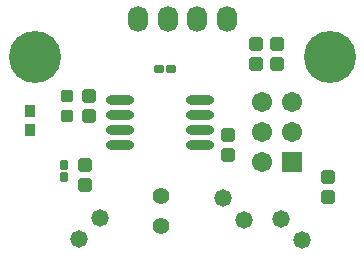
<source format=gts>
G04 Layer_Color=8388736*
%FSLAX43Y43*%
%MOMM*%
G71*
G01*
G75*
%ADD30R,0.903X1.053*%
%ADD31O,2.403X0.803*%
G04:AMPARAMS|DCode=32|XSize=1.203mm|YSize=1.103mm|CornerRadius=0.214mm|HoleSize=0mm|Usage=FLASHONLY|Rotation=0.000|XOffset=0mm|YOffset=0mm|HoleType=Round|Shape=RoundedRectangle|*
%AMROUNDEDRECTD32*
21,1,1.203,0.675,0,0,0.0*
21,1,0.775,1.103,0,0,0.0*
1,1,0.428,0.388,-0.338*
1,1,0.428,-0.388,-0.338*
1,1,0.428,-0.388,0.338*
1,1,0.428,0.388,0.338*
%
%ADD32ROUNDEDRECTD32*%
G04:AMPARAMS|DCode=33|XSize=1.003mm|YSize=1.003mm|CornerRadius=0.202mm|HoleSize=0mm|Usage=FLASHONLY|Rotation=90.000|XOffset=0mm|YOffset=0mm|HoleType=Round|Shape=RoundedRectangle|*
%AMROUNDEDRECTD33*
21,1,1.003,0.600,0,0,90.0*
21,1,0.600,1.003,0,0,90.0*
1,1,0.403,0.300,0.300*
1,1,0.403,0.300,-0.300*
1,1,0.403,-0.300,-0.300*
1,1,0.403,-0.300,0.300*
%
%ADD33ROUNDEDRECTD33*%
G04:AMPARAMS|DCode=34|XSize=0.703mm|YSize=0.803mm|CornerRadius=0.152mm|HoleSize=0mm|Usage=FLASHONLY|Rotation=180.000|XOffset=0mm|YOffset=0mm|HoleType=Round|Shape=RoundedRectangle|*
%AMROUNDEDRECTD34*
21,1,0.703,0.500,0,0,180.0*
21,1,0.400,0.803,0,0,180.0*
1,1,0.303,-0.200,0.250*
1,1,0.303,0.200,0.250*
1,1,0.303,0.200,-0.250*
1,1,0.303,-0.200,-0.250*
%
%ADD34ROUNDEDRECTD34*%
G04:AMPARAMS|DCode=35|XSize=0.703mm|YSize=0.803mm|CornerRadius=0.152mm|HoleSize=0mm|Usage=FLASHONLY|Rotation=90.000|XOffset=0mm|YOffset=0mm|HoleType=Round|Shape=RoundedRectangle|*
%AMROUNDEDRECTD35*
21,1,0.703,0.500,0,0,90.0*
21,1,0.400,0.803,0,0,90.0*
1,1,0.303,0.250,0.200*
1,1,0.303,0.250,-0.200*
1,1,0.303,-0.250,-0.200*
1,1,0.303,-0.250,0.200*
%
%ADD35ROUNDEDRECTD35*%
%ADD36C,1.473*%
%ADD37C,4.403*%
%ADD38O,1.703X2.203*%
%ADD39R,1.703X1.703*%
%ADD40C,1.703*%
%ADD41C,1.403*%
D30*
X2125Y12900D02*
D03*
Y11350D02*
D03*
D31*
X9725Y13905D02*
D03*
Y12635D02*
D03*
Y11365D02*
D03*
Y10095D02*
D03*
X16525Y13905D02*
D03*
Y12635D02*
D03*
Y11365D02*
D03*
Y10095D02*
D03*
D32*
X6750Y8350D02*
D03*
Y6650D02*
D03*
X18875Y9245D02*
D03*
Y10945D02*
D03*
X27375Y5650D02*
D03*
Y7350D02*
D03*
X7125Y12525D02*
D03*
Y14225D02*
D03*
X23000Y16900D02*
D03*
Y18600D02*
D03*
X21250Y16900D02*
D03*
Y18600D02*
D03*
D33*
X5250Y14225D02*
D03*
Y12525D02*
D03*
D34*
X5000Y8375D02*
D03*
Y7375D02*
D03*
D35*
X14000Y16500D02*
D03*
X13000D02*
D03*
D36*
X20250Y3750D02*
D03*
X18454Y5546D02*
D03*
X25125Y2000D02*
D03*
X23329Y3796D02*
D03*
X8056Y3898D02*
D03*
X6260Y2102D02*
D03*
D37*
X27500Y17500D02*
D03*
X2500D02*
D03*
D38*
X11250Y20750D02*
D03*
X13750D02*
D03*
X16250D02*
D03*
X18750D02*
D03*
D39*
X24250Y8625D02*
D03*
D40*
X21710D02*
D03*
X24250Y11165D02*
D03*
X21710D02*
D03*
X24250Y13705D02*
D03*
X21710D02*
D03*
D41*
X13208Y5715D02*
D03*
Y3215D02*
D03*
M02*

</source>
